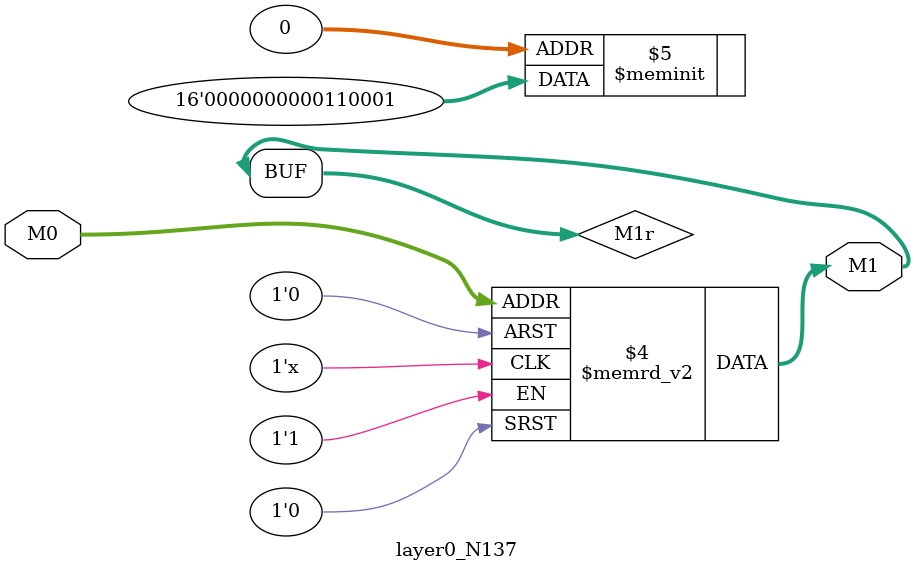
<source format=v>
module layer0_N137 ( input [2:0] M0, output [1:0] M1 );

	(*rom_style = "distributed" *) reg [1:0] M1r;
	assign M1 = M1r;
	always @ (M0) begin
		case (M0)
			3'b000: M1r = 2'b01;
			3'b100: M1r = 2'b00;
			3'b010: M1r = 2'b11;
			3'b110: M1r = 2'b00;
			3'b001: M1r = 2'b00;
			3'b101: M1r = 2'b00;
			3'b011: M1r = 2'b00;
			3'b111: M1r = 2'b00;

		endcase
	end
endmodule

</source>
